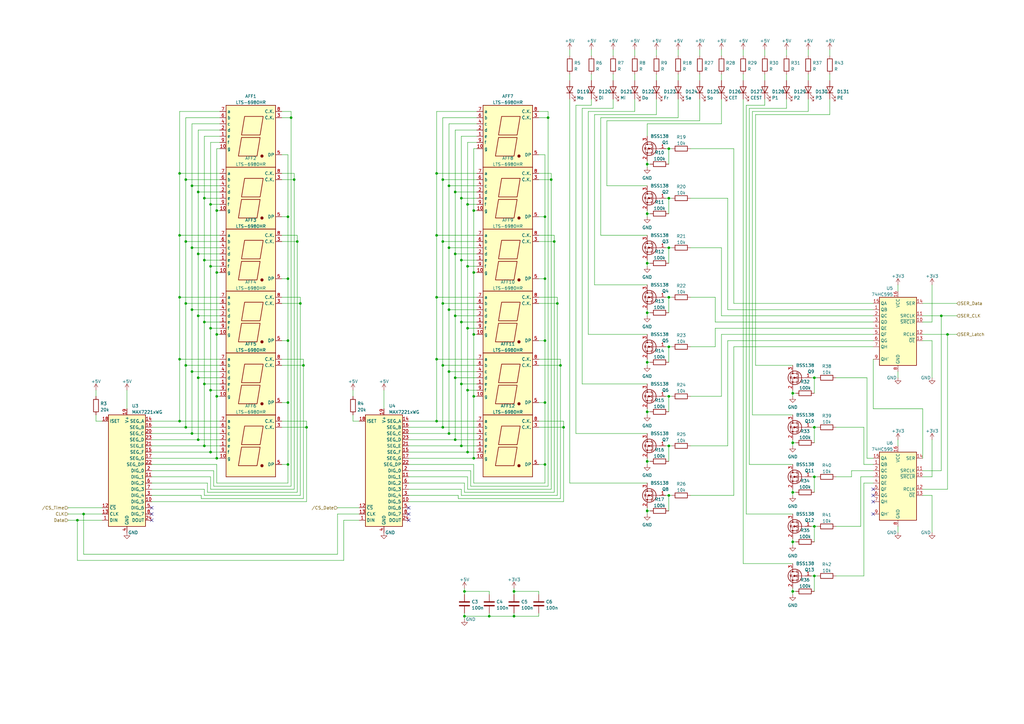
<source format=kicad_sch>
(kicad_sch (version 20211123) (generator eeschema)
  (paper "A3")
  (junction (at 184.15 101.6))
  (junction (at 76.2 124.46))
  (junction (at 194.31 187.96))
  (junction (at 86.36 160.02))
  (junction (at 194.31 162.56))
  (junction (at 189.23 182.88))
  (junction (at 388.62 137.16))
  (junction (at 231.14 175.26))
  (junction (at 78.74 152.4))
  (junction (at 31.75 213.36))
  (junction (at 81.28 180.34))
  (junction (at 186.69 104.14))
  (junction (at 191.77 83.82))
  (junction (at 223.52 88.9))
  (junction (at 194.31 86.36))
  (junction (at 179.07 96.52))
  (junction (at 119.38 48.26))
  (junction (at 76.2 99.06))
  (junction (at 184.15 76.2))
  (junction (at 265.43 209.55))
  (junction (at 223.52 114.3))
  (junction (at 334.01 236.22))
  (junction (at 334.01 175.26))
  (junction (at 223.52 165.1))
  (junction (at 274.32 162.56))
  (junction (at 186.69 154.94))
  (junction (at 265.43 189.23))
  (junction (at 325.12 201.93))
  (junction (at 181.61 175.26))
  (junction (at 81.28 154.94))
  (junction (at 83.82 81.28))
  (junction (at 86.36 185.42))
  (junction (at 325.12 161.29))
  (junction (at 191.77 109.22))
  (junction (at 189.23 81.28))
  (junction (at 83.82 132.08))
  (junction (at 210.82 242.57))
  (junction (at 179.07 172.72))
  (junction (at 274.32 203.2))
  (junction (at 265.43 128.27))
  (junction (at 265.43 67.31))
  (junction (at 274.32 101.6))
  (junction (at 227.33 99.06))
  (junction (at 274.32 81.28))
  (junction (at 86.36 83.82))
  (junction (at 118.11 114.3))
  (junction (at 325.12 181.61))
  (junction (at 224.79 48.26))
  (junction (at 88.9 137.16))
  (junction (at 118.11 139.7))
  (junction (at 189.23 106.68))
  (junction (at 123.19 124.46))
  (junction (at 190.5 242.57))
  (junction (at 274.32 182.88))
  (junction (at 200.66 252.73))
  (junction (at 34.29 210.82))
  (junction (at 274.32 142.24))
  (junction (at 76.2 175.26))
  (junction (at 265.43 168.91))
  (junction (at 334.01 215.9))
  (junction (at 210.82 252.73))
  (junction (at 194.31 111.76))
  (junction (at 186.69 180.34))
  (junction (at 228.6 124.46))
  (junction (at 86.36 134.62))
  (junction (at 191.77 134.62))
  (junction (at 76.2 149.86))
  (junction (at 274.32 60.96))
  (junction (at 118.11 190.5))
  (junction (at 73.66 96.52))
  (junction (at 229.87 149.86))
  (junction (at 184.15 152.4))
  (junction (at 81.28 129.54))
  (junction (at 88.9 162.56))
  (junction (at 88.9 187.96))
  (junction (at 190.5 252.73))
  (junction (at 325.12 222.25))
  (junction (at 83.82 182.88))
  (junction (at 78.74 127))
  (junction (at 118.11 88.9))
  (junction (at 78.74 101.6))
  (junction (at 186.69 78.74))
  (junction (at 386.08 129.54))
  (junction (at 186.69 129.54))
  (junction (at 125.73 175.26))
  (junction (at 189.23 157.48))
  (junction (at 265.43 87.63))
  (junction (at 81.28 104.14))
  (junction (at 118.11 165.1))
  (junction (at 223.52 139.7))
  (junction (at 83.82 106.68))
  (junction (at 124.46 149.86))
  (junction (at 265.43 107.95))
  (junction (at 121.92 99.06))
  (junction (at 78.74 177.8))
  (junction (at 191.77 185.42))
  (junction (at 83.82 157.48))
  (junction (at 73.66 147.32))
  (junction (at 88.9 86.36))
  (junction (at 274.32 121.92))
  (junction (at 181.61 99.06))
  (junction (at 226.06 73.66))
  (junction (at 181.61 149.86))
  (junction (at 73.66 172.72))
  (junction (at 81.28 78.74))
  (junction (at 181.61 124.46))
  (junction (at 189.23 132.08))
  (junction (at 181.61 73.66))
  (junction (at 184.15 127))
  (junction (at 179.07 147.32))
  (junction (at 184.15 177.8))
  (junction (at 179.07 121.92))
  (junction (at 191.77 160.02))
  (junction (at 334.01 195.58))
  (junction (at 76.2 73.66))
  (junction (at 223.52 190.5))
  (junction (at 194.31 137.16))
  (junction (at 73.66 121.92))
  (junction (at 334.01 154.94))
  (junction (at 120.65 73.66))
  (junction (at 265.43 148.59))
  (junction (at 86.36 109.22))
  (junction (at 78.74 76.2))
  (junction (at 88.9 111.76))
  (junction (at 73.66 71.12))
  (junction (at 179.07 71.12))
  (junction (at 325.12 242.57))
  (no_connect (at 358.14 210.82))
  (no_connect (at 358.14 205.74))
  (no_connect (at 358.14 203.2))
  (no_connect (at 358.14 200.66))
  (no_connect (at 167.64 208.28))
  (no_connect (at 167.64 210.82))
  (no_connect (at 167.64 213.36))
  (no_connect (at 62.23 208.28))
  (no_connect (at 62.23 210.82))
  (no_connect (at 62.23 213.36))
  (wire (pts (xy 274.32 81.28) (xy 273.05 81.28)))
  (wire (pts (xy 278.13 48.26) (xy 278.13 40.64)))
  (wire (pts (xy 334.01 236.22) (xy 334.01 242.57)))
  (wire (pts (xy 220.98 73.66) (xy 226.06 73.66)))
  (wire (pts (xy 295.91 162.56) (xy 283.21 162.56)))
  (wire (pts (xy 275.59 101.6) (xy 274.32 101.6)))
  (wire (pts (xy 62.23 200.66) (xy 83.82 200.66)))
  (wire (pts (xy 181.61 73.66) (xy 181.61 99.06)))
  (wire (pts (xy 119.38 199.39) (xy 119.38 48.26)))
  (wire (pts (xy 274.32 203.2) (xy 274.32 209.55)))
  (wire (pts (xy 81.28 180.34) (xy 81.28 154.94)))
  (wire (pts (xy 39.37 170.18) (xy 39.37 172.72)))
  (wire (pts (xy 184.15 127) (xy 195.58 127)))
  (wire (pts (xy 191.77 58.42) (xy 195.58 58.42)))
  (wire (pts (xy 83.82 106.68) (xy 90.17 106.68)))
  (wire (pts (xy 194.31 162.56) (xy 194.31 187.96)))
  (wire (pts (xy 90.17 182.88) (xy 83.82 182.88)))
  (wire (pts (xy 242.57 30.48) (xy 242.57 33.02)))
  (wire (pts (xy 167.64 205.74) (xy 231.14 205.74)))
  (wire (pts (xy 265.43 148.59) (xy 266.7 148.59)))
  (wire (pts (xy 325.12 180.34) (xy 325.12 181.61)))
  (wire (pts (xy 358.14 134.62) (xy 293.37 134.62)))
  (wire (pts (xy 167.64 175.26) (xy 181.61 175.26)))
  (wire (pts (xy 115.57 147.32) (xy 124.46 147.32)))
  (wire (pts (xy 334.01 195.58) (xy 334.01 201.93)))
  (wire (pts (xy 88.9 198.12) (xy 118.11 198.12)))
  (wire (pts (xy 62.23 182.88) (xy 83.82 182.88)))
  (wire (pts (xy 322.58 30.48) (xy 322.58 33.02)))
  (wire (pts (xy 241.3 45.72) (xy 260.35 45.72)))
  (wire (pts (xy 190.5 198.12) (xy 190.5 201.93)))
  (wire (pts (xy 274.32 60.96) (xy 274.32 67.31)))
  (wire (pts (xy 191.77 160.02) (xy 195.58 160.02)))
  (wire (pts (xy 325.12 200.66) (xy 325.12 201.93)))
  (wire (pts (xy 179.07 121.92) (xy 195.58 121.92)))
  (wire (pts (xy 186.69 129.54) (xy 186.69 104.14)))
  (wire (pts (xy 210.82 242.57) (xy 220.98 242.57)))
  (wire (pts (xy 308.61 170.18) (xy 325.12 170.18)))
  (wire (pts (xy 298.45 182.88) (xy 283.21 182.88)))
  (wire (pts (xy 295.91 137.16) (xy 295.91 162.56)))
  (wire (pts (xy 194.31 111.76) (xy 195.58 111.76)))
  (wire (pts (xy 181.61 73.66) (xy 195.58 73.66)))
  (wire (pts (xy 195.58 185.42) (xy 191.77 185.42)))
  (wire (pts (xy 210.82 252.73) (xy 210.82 251.46)))
  (wire (pts (xy 353.06 215.9) (xy 342.9 215.9)))
  (wire (pts (xy 335.28 215.9) (xy 334.01 215.9)))
  (wire (pts (xy 62.23 203.2) (xy 82.55 203.2)))
  (wire (pts (xy 184.15 152.4) (xy 184.15 177.8)))
  (wire (pts (xy 340.36 30.48) (xy 340.36 33.02)))
  (wire (pts (xy 228.6 121.92) (xy 228.6 124.46)))
  (wire (pts (xy 358.14 139.7) (xy 298.45 139.7)))
  (wire (pts (xy 331.47 30.48) (xy 331.47 33.02)))
  (wire (pts (xy 220.98 190.5) (xy 223.52 190.5)))
  (wire (pts (xy 191.77 83.82) (xy 191.77 109.22)))
  (wire (pts (xy 184.15 177.8) (xy 195.58 177.8)))
  (wire (pts (xy 86.36 83.82) (xy 86.36 109.22)))
  (wire (pts (xy 78.74 127) (xy 90.17 127)))
  (wire (pts (xy 189.23 55.88) (xy 195.58 55.88)))
  (wire (pts (xy 83.82 157.48) (xy 83.82 132.08)))
  (wire (pts (xy 179.07 96.52) (xy 195.58 96.52)))
  (wire (pts (xy 179.07 172.72) (xy 195.58 172.72)))
  (wire (pts (xy 233.68 20.32) (xy 233.68 22.86)))
  (wire (pts (xy 87.63 193.04) (xy 87.63 199.39)))
  (wire (pts (xy 34.29 227.33) (xy 138.43 227.33)))
  (wire (pts (xy 124.46 149.86) (xy 115.57 149.86)))
  (wire (pts (xy 125.73 175.26) (xy 125.73 172.72)))
  (wire (pts (xy 167.64 193.04) (xy 193.04 193.04)))
  (wire (pts (xy 76.2 149.86) (xy 76.2 175.26)))
  (wire (pts (xy 184.15 101.6) (xy 184.15 127)))
  (wire (pts (xy 231.14 175.26) (xy 231.14 172.72)))
  (wire (pts (xy 358.14 132.08) (xy 293.37 132.08)))
  (wire (pts (xy 195.58 60.96) (xy 194.31 60.96)))
  (wire (pts (xy 181.61 124.46) (xy 181.61 149.86)))
  (wire (pts (xy 220.98 45.72) (xy 224.79 45.72)))
  (wire (pts (xy 193.04 199.39) (xy 224.79 199.39)))
  (wire (pts (xy 228.6 124.46) (xy 220.98 124.46)))
  (wire (pts (xy 265.43 107.95) (xy 265.43 109.22)))
  (wire (pts (xy 83.82 182.88) (xy 83.82 157.48)))
  (wire (pts (xy 220.98 175.26) (xy 231.14 175.26)))
  (wire (pts (xy 81.28 154.94) (xy 81.28 129.54)))
  (wire (pts (xy 358.14 129.54) (xy 295.91 129.54)))
  (wire (pts (xy 349.25 195.58) (xy 342.9 195.58)))
  (wire (pts (xy 194.31 86.36) (xy 195.58 86.36)))
  (wire (pts (xy 358.14 147.32) (xy 358.14 167.64)))
  (wire (pts (xy 82.55 203.2) (xy 82.55 204.47)))
  (wire (pts (xy 334.01 215.9) (xy 334.01 222.25)))
  (wire (pts (xy 62.23 198.12) (xy 85.09 198.12)))
  (wire (pts (xy 123.19 121.92) (xy 123.19 124.46)))
  (wire (pts (xy 186.69 154.94) (xy 195.58 154.94)))
  (wire (pts (xy 355.6 154.94) (xy 342.9 154.94)))
  (wire (pts (xy 358.14 142.24) (xy 300.99 142.24)))
  (wire (pts (xy 62.23 190.5) (xy 88.9 190.5)))
  (wire (pts (xy 265.43 157.48) (xy 238.76 157.48)))
  (wire (pts (xy 76.2 99.06) (xy 76.2 124.46)))
  (wire (pts (xy 368.3 215.9) (xy 368.3 218.44)))
  (wire (pts (xy 78.74 101.6) (xy 78.74 127)))
  (wire (pts (xy 90.17 45.72) (xy 73.66 45.72)))
  (wire (pts (xy 73.66 121.92) (xy 90.17 121.92)))
  (wire (pts (xy 191.77 58.42) (xy 191.77 83.82)))
  (wire (pts (xy 349.25 193.04) (xy 349.25 195.58)))
  (wire (pts (xy 238.76 157.48) (xy 238.76 44.45)))
  (wire (pts (xy 368.3 152.4) (xy 368.3 154.94)))
  (wire (pts (xy 125.73 172.72) (xy 115.57 172.72)))
  (wire (pts (xy 251.46 20.32) (xy 251.46 22.86)))
  (wire (pts (xy 83.82 132.08) (xy 90.17 132.08)))
  (wire (pts (xy 194.31 60.96) (xy 194.31 86.36)))
  (wire (pts (xy 265.43 76.2) (xy 248.92 76.2)))
  (wire (pts (xy 86.36 200.66) (xy 120.65 200.66)))
  (wire (pts (xy 73.66 71.12) (xy 73.66 96.52)))
  (wire (pts (xy 88.9 111.76) (xy 88.9 137.16)))
  (wire (pts (xy 265.43 66.04) (xy 265.43 67.31)))
  (wire (pts (xy 358.14 190.5) (xy 354.33 190.5)))
  (wire (pts (xy 115.57 190.5) (xy 118.11 190.5)))
  (wire (pts (xy 265.43 67.31) (xy 265.43 68.58)))
  (wire (pts (xy 90.17 48.26) (xy 76.2 48.26)))
  (wire (pts (xy 186.69 53.34) (xy 195.58 53.34)))
  (wire (pts (xy 186.69 78.74) (xy 186.69 53.34)))
  (wire (pts (xy 298.45 81.28) (xy 283.21 81.28)))
  (wire (pts (xy 236.22 43.18) (xy 242.57 43.18)))
  (wire (pts (xy 275.59 60.96) (xy 274.32 60.96)))
  (wire (pts (xy 265.43 55.88) (xy 265.43 50.8)))
  (wire (pts (xy 195.58 50.8) (xy 184.15 50.8)))
  (wire (pts (xy 265.43 137.16) (xy 241.3 137.16)))
  (wire (pts (xy 200.66 242.57) (xy 200.66 243.84)))
  (wire (pts (xy 231.14 205.74) (xy 231.14 175.26)))
  (wire (pts (xy 224.79 45.72) (xy 224.79 48.26)))
  (wire (pts (xy 184.15 127) (xy 184.15 152.4)))
  (wire (pts (xy 358.14 187.96) (xy 355.6 187.96)))
  (wire (pts (xy 220.98 242.57) (xy 220.98 243.84)))
  (wire (pts (xy 144.78 170.18) (xy 144.78 172.72)))
  (wire (pts (xy 157.48 160.02) (xy 157.48 167.64)))
  (wire (pts (xy 223.52 139.7) (xy 223.52 114.3)))
  (wire (pts (xy 76.2 99.06) (xy 90.17 99.06)))
  (wire (pts (xy 265.43 148.59) (xy 265.43 149.86)))
  (wire (pts (xy 184.15 101.6) (xy 195.58 101.6)))
  (wire (pts (xy 223.52 63.5) (xy 220.98 63.5)))
  (wire (pts (xy 115.57 73.66) (xy 120.65 73.66)))
  (wire (pts (xy 83.82 81.28) (xy 90.17 81.28)))
  (wire (pts (xy 300.99 203.2) (xy 283.21 203.2)))
  (wire (pts (xy 306.07 210.82) (xy 325.12 210.82)))
  (wire (pts (xy 287.02 49.53) (xy 287.02 40.64)))
  (wire (pts (xy 186.69 129.54) (xy 195.58 129.54)))
  (wire (pts (xy 300.99 124.46) (xy 300.99 60.96)))
  (wire (pts (xy 73.66 96.52) (xy 90.17 96.52)))
  (wire (pts (xy 86.36 134.62) (xy 86.36 160.02)))
  (wire (pts (xy 275.59 142.24) (xy 274.32 142.24)))
  (wire (pts (xy 392.43 137.16) (xy 388.62 137.16)))
  (wire (pts (xy 378.46 132.08) (xy 382.27 132.08)))
  (wire (pts (xy 62.23 177.8) (xy 78.74 177.8)))
  (wire (pts (xy 86.36 160.02) (xy 86.36 185.42)))
  (wire (pts (xy 275.59 182.88) (xy 274.32 182.88)))
  (wire (pts (xy 335.28 236.22) (xy 334.01 236.22)))
  (wire (pts (xy 179.07 147.32) (xy 195.58 147.32)))
  (wire (pts (xy 334.01 236.22) (xy 332.74 236.22)))
  (wire (pts (xy 226.06 73.66) (xy 226.06 71.12)))
  (wire (pts (xy 223.52 165.1) (xy 223.52 139.7)))
  (wire (pts (xy 274.32 81.28) (xy 274.32 87.63)))
  (wire (pts (xy 358.14 167.64) (xy 378.46 167.64)))
  (wire (pts (xy 189.23 106.68) (xy 189.23 81.28)))
  (wire (pts (xy 83.82 106.68) (xy 83.82 81.28)))
  (wire (pts (xy 313.69 43.18) (xy 306.07 43.18)))
  (wire (pts (xy 325.12 242.57) (xy 325.12 243.84)))
  (wire (pts (xy 325.12 220.98) (xy 325.12 222.25)))
  (wire (pts (xy 31.75 213.36) (xy 31.75 229.87)))
  (wire (pts (xy 269.24 46.99) (xy 269.24 40.64)))
  (wire (pts (xy 274.32 162.56) (xy 274.32 168.91)))
  (wire (pts (xy 189.23 106.68) (xy 195.58 106.68)))
  (wire (pts (xy 265.43 50.8) (xy 295.91 50.8)))
  (wire (pts (xy 325.12 160.02) (xy 325.12 161.29)))
  (wire (pts (xy 340.36 46.99) (xy 340.36 40.64)))
  (wire (pts (xy 269.24 20.32) (xy 269.24 22.86)))
  (wire (pts (xy 304.8 40.64) (xy 304.8 231.14)))
  (wire (pts (xy 62.23 193.04) (xy 87.63 193.04)))
  (wire (pts (xy 27.94 210.82) (xy 34.29 210.82)))
  (wire (pts (xy 265.43 209.55) (xy 265.43 210.82)))
  (wire (pts (xy 181.61 149.86) (xy 195.58 149.86)))
  (wire (pts (xy 278.13 20.32) (xy 278.13 22.86)))
  (wire (pts (xy 73.66 45.72) (xy 73.66 71.12)))
  (wire (pts (xy 283.21 60.96) (xy 300.99 60.96)))
  (wire (pts (xy 386.08 129.54) (xy 386.08 193.04)))
  (wire (pts (xy 81.28 104.14) (xy 81.28 78.74)))
  (wire (pts (xy 191.77 160.02) (xy 191.77 185.42)))
  (wire (pts (xy 88.9 190.5) (xy 88.9 198.12)))
  (wire (pts (xy 224.79 48.26) (xy 220.98 48.26)))
  (wire (pts (xy 275.59 162.56) (xy 274.32 162.56)))
  (wire (pts (xy 191.77 109.22) (xy 191.77 134.62)))
  (wire (pts (xy 325.12 222.25) (xy 325.12 223.52)))
  (wire (pts (xy 265.43 177.8) (xy 236.22 177.8)))
  (wire (pts (xy 265.43 96.52) (xy 246.38 96.52)))
  (wire (pts (xy 295.91 30.48) (xy 295.91 33.02)))
  (wire (pts (xy 191.77 134.62) (xy 191.77 160.02)))
  (wire (pts (xy 275.59 81.28) (xy 274.32 81.28)))
  (wire (pts (xy 90.17 50.8) (xy 78.74 50.8)))
  (wire (pts (xy 83.82 55.88) (xy 90.17 55.88)))
  (wire (pts (xy 115.57 114.3) (xy 118.11 114.3)))
  (wire (pts (xy 186.69 180.34) (xy 186.69 154.94)))
  (wire (pts (xy 87.63 199.39) (xy 119.38 199.39)))
  (wire (pts (xy 265.43 168.91) (xy 266.7 168.91)))
  (wire (pts (xy 334.01 154.94) (xy 334.01 161.29)))
  (wire (pts (xy 88.9 86.36) (xy 88.9 111.76)))
  (wire (pts (xy 189.23 182.88) (xy 189.23 157.48)))
  (wire (pts (xy 81.28 53.34) (xy 90.17 53.34)))
  (wire (pts (xy 120.65 71.12) (xy 115.57 71.12)))
  (wire (pts (xy 287.02 30.48) (xy 287.02 33.02)))
  (wire (pts (xy 179.07 96.52) (xy 179.07 121.92)))
  (wire (pts (xy 88.9 162.56) (xy 88.9 187.96)))
  (wire (pts (xy 118.11 198.12) (xy 118.11 190.5)))
  (wire (pts (xy 392.43 129.54) (xy 386.08 129.54)))
  (wire (pts (xy 220.98 121.92) (xy 228.6 121.92)))
  (wire (pts (xy 167.64 172.72) (xy 179.07 172.72)))
  (wire (pts (xy 293.37 121.92) (xy 283.21 121.92)))
  (wire (pts (xy 354.33 190.5) (xy 354.33 175.26)))
  (wire (pts (xy 194.31 198.12) (xy 223.52 198.12)))
  (wire (pts (xy 368.3 116.84) (xy 368.3 119.38)))
  (wire (pts (xy 241.3 137.16) (xy 241.3 45.72)))
  (wire (pts (xy 226.06 200.66) (xy 226.06 73.66)))
  (wire (pts (xy 243.84 116.84) (xy 243.84 46.99)))
  (wire (pts (xy 265.43 67.31) (xy 266.7 67.31)))
  (wire (pts (xy 119.38 45.72) (xy 119.38 48.26)))
  (wire (pts (xy 300.99 142.24) (xy 300.99 203.2)))
  (wire (pts (xy 86.36 160.02) (xy 90.17 160.02)))
  (wire (pts (xy 265.43 168.91) (xy 265.43 170.18)))
  (wire (pts (xy 308.61 45.72) (xy 308.61 170.18)))
  (wire (pts (xy 83.82 200.66) (xy 83.82 203.2)))
  (wire (pts (xy 90.17 60.96) (xy 88.9 60.96)))
  (wire (pts (xy 78.74 50.8) (xy 78.74 76.2)))
  (wire (pts (xy 283.21 101.6) (xy 295.91 101.6)))
  (wire (pts (xy 167.64 203.2) (xy 187.96 203.2)))
  (wire (pts (xy 325.12 181.61) (xy 326.39 181.61)))
  (wire (pts (xy 248.92 76.2) (xy 248.92 49.53)))
  (wire (pts (xy 86.36 109.22) (xy 90.17 109.22)))
  (wire (pts (xy 251.46 30.48) (xy 251.46 33.02)))
  (wire (pts (xy 242.57 43.18) (xy 242.57 40.64)))
  (wire (pts (xy 265.43 87.63) (xy 266.7 87.63)))
  (wire (pts (xy 334.01 175.26) (xy 332.74 175.26)))
  (wire (pts (xy 243.84 46.99) (xy 269.24 46.99)))
  (wire (pts (xy 62.23 185.42) (xy 86.36 185.42)))
  (wire (pts (xy 223.52 198.12) (xy 223.52 190.5)))
  (wire (pts (xy 334.01 175.26) (xy 334.01 181.61)))
  (wire (pts (xy 121.92 96.52) (xy 121.92 99.06)))
  (wire (pts (xy 167.64 177.8) (xy 184.15 177.8)))
  (wire (pts (xy 118.11 190.5) (xy 118.11 165.1)))
  (wire (pts (xy 140.97 229.87) (xy 140.97 213.36)))
  (wire (pts (xy 388.62 137.16) (xy 378.46 137.16)))
  (wire (pts (xy 118.11 88.9) (xy 118.11 63.5)))
  (wire (pts (xy 358.14 193.04) (xy 349.25 193.04)))
  (wire (pts (xy 190.5 251.46) (xy 190.5 252.73)))
  (wire (pts (xy 187.96 204.47) (xy 229.87 204.47)))
  (wire (pts (xy 275.59 121.92) (xy 274.32 121.92)))
  (wire (pts (xy 118.11 165.1) (xy 118.11 139.7)))
  (wire (pts (xy 335.28 175.26) (xy 334.01 175.26)))
  (wire (pts (xy 220.98 88.9) (xy 223.52 88.9)))
  (wire (pts (xy 325.12 161.29) (xy 326.39 161.29)))
  (wire (pts (xy 118.11 114.3) (xy 118.11 88.9)))
  (wire (pts (xy 167.64 180.34) (xy 186.69 180.34)))
  (wire (pts (xy 115.57 121.92) (xy 123.19 121.92)))
  (wire (pts (xy 181.61 175.26) (xy 195.58 175.26)))
  (wire (pts (xy 167.64 185.42) (xy 191.77 185.42)))
  (wire (pts (xy 179.07 71.12) (xy 179.07 96.52)))
  (wire (pts (xy 140.97 213.36) (xy 147.32 213.36)))
  (wire (pts (xy 195.58 45.72) (xy 179.07 45.72)))
  (wire (pts (xy 39.37 160.02) (xy 39.37 162.56)))
  (wire (pts (xy 325.12 149.86) (xy 309.88 149.86)))
  (wire (pts (xy 313.69 40.64) (xy 313.69 43.18)))
  (wire (pts (xy 62.23 195.58) (xy 86.36 195.58)))
  (wire (pts (xy 307.34 190.5) (xy 307.34 44.45)))
  (wire (pts (xy 81.28 78.74) (xy 90.17 78.74)))
  (wire (pts (xy 354.33 175.26) (xy 342.9 175.26)))
  (wire (pts (xy 186.69 154.94) (xy 186.69 129.54)))
  (wire (pts (xy 73.66 71.12) (xy 90.17 71.12)))
  (wire (pts (xy 274.32 162.56) (xy 273.05 162.56)))
  (wire (pts (xy 325.12 242.57) (xy 326.39 242.57)))
  (wire (pts (xy 83.82 132.08) (xy 83.82 106.68)))
  (wire (pts (xy 265.43 147.32) (xy 265.43 148.59)))
  (wire (pts (xy 354.33 198.12) (xy 354.33 236.22)))
  (wire (pts (xy 233.68 30.48) (xy 233.68 33.02)))
  (wire (pts (xy 138.43 208.28) (xy 147.32 208.28)))
  (wire (pts (xy 275.59 203.2) (xy 274.32 203.2)))
  (wire (pts (xy 331.47 45.72) (xy 308.61 45.72)))
  (wire (pts (xy 304.8 20.32) (xy 304.8 22.86)))
  (wire (pts (xy 76.2 124.46) (xy 76.2 149.86)))
  (wire (pts (xy 190.5 201.93) (xy 227.33 201.93)))
  (wire (pts (xy 353.06 195.58) (xy 353.06 215.9)))
  (wire (pts (xy 382.27 132.08) (xy 382.27 116.84)))
  (wire (pts (xy 265.43 187.96) (xy 265.43 189.23)))
  (wire (pts (xy 62.23 205.74) (xy 125.73 205.74)))
  (wire (pts (xy 191.77 134.62) (xy 195.58 134.62)))
  (wire (pts (xy 181.61 48.26) (xy 181.61 73.66)))
  (wire (pts (xy 378.46 167.64) (xy 378.46 187.96)))
  (wire (pts (xy 306.07 43.18) (xy 306.07 210.82)))
  (wire (pts (xy 325.12 181.61) (xy 325.12 182.88)))
  (wire (pts (xy 186.69 104.14) (xy 195.58 104.14)))
  (wire (pts (xy 382.27 139.7) (xy 382.27 154.94)))
  (wire (pts (xy 355.6 187.96) (xy 355.6 154.94)))
  (wire (pts (xy 189.23 200.66) (xy 189.23 203.2)))
  (wire (pts (xy 189.23 81.28) (xy 189.23 55.88)))
  (wire (pts (xy 115.57 175.26) (xy 125.73 175.26)))
  (wire (pts (xy 78.74 152.4) (xy 78.74 177.8)))
  (wire (pts (xy 118.11 139.7) (xy 118.11 114.3)))
  (wire (pts (xy 186.69 78.74) (xy 195.58 78.74)))
  (wire (pts (xy 181.61 149.86) (xy 181.61 175.26)))
  (wire (pts (xy 123.19 124.46) (xy 115.57 124.46)))
  (wire (pts (xy 167.64 187.96) (xy 194.31 187.96)))
  (wire (pts (xy 304.8 231.14) (xy 325.12 231.14)))
  (wire (pts (xy 179.07 121.92) (xy 179.07 147.32)))
  (wire (pts (xy 78.74 101.6) (xy 90.17 101.6)))
  (wire (pts (xy 78.74 177.8) (xy 90.17 177.8)))
  (wire (pts (xy 86.36 58.42) (xy 86.36 83.82)))
  (wire (pts (xy 274.32 203.2) (xy 273.05 203.2)))
  (wire (pts (xy 195.58 180.34) (xy 186.69 180.34)))
  (wire (pts (xy 90.17 187.96) (xy 88.9 187.96)))
  (wire (pts (xy 81.28 129.54) (xy 81.28 104.14)))
  (wire (pts (xy 73.66 147.32) (xy 73.66 172.72)))
  (wire (pts (xy 167.64 198.12) (xy 190.5 198.12)))
  (wire (pts (xy 189.23 157.48) (xy 195.58 157.48)))
  (wire (pts (xy 358.14 195.58) (xy 353.06 195.58)))
  (wire (pts (xy 227.33 99.06) (xy 220.98 99.06)))
  (wire (pts (xy 274.32 101.6) (xy 274.32 107.95)))
  (wire (pts (xy 274.32 60.96) (xy 273.05 60.96)))
  (wire (pts (xy 223.52 88.9) (xy 223.52 63.5)))
  (wire (pts (xy 184.15 50.8) (xy 184.15 76.2)))
  (wire (pts (xy 295.91 50.8) (xy 295.91 40.64)))
  (wire (pts (xy 124.46 147.32) (xy 124.46 149.86)))
  (wire (pts (xy 248.92 49.53) (xy 287.02 49.53)))
  (wire (pts (xy 73.66 172.72) (xy 90.17 172.72)))
  (wire (pts (xy 83.82 157.48) (xy 90.17 157.48)))
  (wire (pts (xy 194.31 137.16) (xy 194.31 162.56)))
  (wire (pts (xy 190.5 252.73) (xy 190.5 254)))
  (wire (pts (xy 265.43 106.68) (xy 265.43 107.95)))
  (wire (pts (xy 386.08 129.54) (xy 378.46 129.54)))
  (wire (pts (xy 181.61 99.06) (xy 181.61 124.46)))
  (wire (pts (xy 83.82 81.28) (xy 83.82 55.88)))
  (wire (pts (xy 144.78 160.02) (xy 144.78 162.56)))
  (wire (pts (xy 31.75 229.87) (xy 140.97 229.87)))
  (wire (pts (xy 190.5 242.57) (xy 200.66 242.57)))
  (wire (pts (xy 76.2 73.66) (xy 76.2 99.06)))
  (wire (pts (xy 251.46 44.45) (xy 251.46 40.64)))
  (wire (pts (xy 73.66 96.52) (xy 73.66 121.92)))
  (wire (pts (xy 62.23 187.96) (xy 88.9 187.96)))
  (wire (pts (xy 184.15 152.4) (xy 195.58 152.4)))
  (wire (pts (xy 191.77 200.66) (xy 226.06 200.66)))
  (wire (pts (xy 144.78 172.72) (xy 147.32 172.72)))
  (wire (pts (xy 90.17 180.34) (xy 81.28 180.34)))
  (wire (pts (xy 115.57 139.7) (xy 118.11 139.7)))
  (wire (pts (xy 229.87 204.47) (xy 229.87 149.86)))
  (wire (pts (xy 231.14 172.72) (xy 220.98 172.72)))
  (wire (pts (xy 295.91 129.54) (xy 295.91 101.6)))
  (wire (pts (xy 358.14 127) (xy 298.45 127)))
  (wire (pts (xy 223.52 114.3) (xy 223.52 88.9)))
  (wire (pts (xy 88.9 162.56) (xy 90.17 162.56)))
  (wire (pts (xy 78.74 152.4) (xy 90.17 152.4)))
  (wire (pts (xy 181.61 99.06) (xy 195.58 99.06)))
  (wire (pts (xy 86.36 195.58) (xy 86.36 200.66)))
  (wire (pts (xy 293.37 132.08) (xy 293.37 121.92)))
  (wire (pts (xy 331.47 40.64) (xy 331.47 45.72)))
  (wire (pts (xy 39.37 172.72) (xy 41.91 172.72)))
  (wire (pts (xy 265.43 189.23) (xy 266.7 189.23)))
  (wire (pts (xy 335.28 154.94) (xy 334.01 154.94)))
  (wire (pts (xy 382.27 203.2) (xy 378.46 203.2)))
  (wire (pts (xy 274.32 142.24) (xy 273.05 142.24)))
  (wire (pts (xy 309.88 46.99) (xy 340.36 46.99)))
  (wire (pts (xy 115.57 165.1) (xy 118.11 165.1)))
  (wire (pts (xy 265.43 128.27) (xy 265.43 129.54)))
  (wire (pts (xy 115.57 45.72) (xy 119.38 45.72)))
  (wire (pts (xy 184.15 76.2) (xy 195.58 76.2)))
  (wire (pts (xy 246.38 48.26) (xy 278.13 48.26)))
  (wire (pts (xy 325.12 201.93) (xy 326.39 201.93)))
  (wire (pts (xy 210.82 252.73) (xy 220.98 252.73)))
  (wire (pts (xy 194.31 190.5) (xy 194.31 198.12)))
  (wire (pts (xy 189.23 81.28) (xy 195.58 81.28)))
  (wire (pts (xy 167.64 190.5) (xy 194.31 190.5)))
  (wire (pts (xy 227.33 201.93) (xy 227.33 99.06)))
  (wire (pts (xy 293.37 134.62) (xy 293.37 142.24)))
  (wire (pts (xy 260.35 20.32) (xy 260.35 22.86)))
  (wire (pts (xy 274.32 182.88) (xy 273.05 182.88)))
  (wire (pts (xy 233.68 40.64) (xy 233.68 198.12)))
  (wire (pts (xy 269.24 30.48) (xy 269.24 33.02)))
  (wire (pts (xy 388.62 137.16) (xy 388.62 200.66)))
  (wire (pts (xy 125.73 205.74) (xy 125.73 175.26)))
  (wire (pts (xy 265.43 87.63) (xy 265.43 88.9)))
  (wire (pts (xy 194.31 162.56) (xy 195.58 162.56)))
  (wire (pts (xy 194.31 111.76) (xy 194.31 137.16)))
  (wire (pts (xy 298.45 127) (xy 298.45 81.28)))
  (wire (pts (xy 331.47 20.32) (xy 331.47 22.86)))
  (wire (pts (xy 233.68 198.12) (xy 265.43 198.12)))
  (wire (pts (xy 76.2 149.86) (xy 90.17 149.86)))
  (wire (pts (xy 73.66 147.32) (xy 90.17 147.32)))
  (wire (pts (xy 34.29 210.82) (xy 41.91 210.82)))
  (wire (pts (xy 88.9 137.16) (xy 88.9 162.56)))
  (wire (pts (xy 86.36 83.82) (xy 90.17 83.82)))
  (wire (pts (xy 179.07 71.12) (xy 195.58 71.12)))
  (wire (pts (xy 86.36 109.22) (xy 86.36 134.62)))
  (wire (pts (xy 120.65 200.66) (xy 120.65 73.66)))
  (wire (pts (xy 76.2 73.66) (xy 90.17 73.66)))
  (wire (pts (xy 340.36 20.32) (xy 340.36 22.86)))
  (wire (pts (xy 236.22 177.8) (xy 236.22 43.18)))
  (wire (pts (xy 274.32 121.92) (xy 274.32 128.27)))
  (wire (pts (xy 194.31 86.36) (xy 194.31 111.76)))
  (wire (pts (xy 85.09 201.93) (xy 121.92 201.93)))
  (wire (pts (xy 246.38 96.52) (xy 246.38 48.26)))
  (wire (pts (xy 210.82 241.3) (xy 210.82 242.57)))
  (wire (pts (xy 220.98 114.3) (xy 223.52 114.3)))
  (wire (pts (xy 307.34 44.45) (xy 322.58 44.45)))
  (wire (pts (xy 382.27 218.44) (xy 382.27 203.2)))
  (wire (pts (xy 73.66 121.92) (xy 73.66 147.32)))
  (wire (pts (xy 83.82 203.2) (xy 123.19 203.2)))
  (wire (pts (xy 265.43 189.23) (xy 265.43 190.5)))
  (wire (pts (xy 227.33 96.52) (xy 227.33 99.06)))
  (wire (pts (xy 62.23 180.34) (xy 81.28 180.34)))
  (wire (pts (xy 121.92 201.93) (xy 121.92 99.06)))
  (wire (pts (xy 358.14 137.16) (xy 295.91 137.16)))
  (wire (pts (xy 167.64 182.88) (xy 189.23 182.88)))
  (wire (pts (xy 304.8 30.48) (xy 304.8 33.02)))
  (wire (pts (xy 138.43 227.33) (xy 138.43 210.82)))
  (wire (pts (xy 123.19 203.2) (xy 123.19 124.46)))
  (wire (pts (xy 274.32 121.92) (xy 273.05 121.92)))
  (wire (pts (xy 260.35 45.72) (xy 260.35 40.64)))
  (wire (pts (xy 313.69 30.48) (xy 313.69 33.02)))
  (wire (pts (xy 27.94 213.36) (xy 31.75 213.36)))
  (wire (pts (xy 382.27 139.7) (xy 378.46 139.7)))
  (wire (pts (xy 31.75 213.36) (xy 41.91 213.36)))
  (wire (pts (xy 186.69 104.14) (xy 186.69 78.74)))
  (wire (pts (xy 220.98 252.73) (xy 220.98 251.46)))
  (wire (pts (xy 88.9 60.96) (xy 88.9 86.36)))
  (wire (pts (xy 220.98 96.52) (xy 227.33 96.52)))
  (wire (pts (xy 265.43 107.95) (xy 266.7 107.95)))
  (wire (pts (xy 298.45 139.7) (xy 298.45 182.88)))
  (wire (pts (xy 223.52 190.5) (xy 223.52 165.1)))
  (wire (pts (xy 86.36 134.62) (xy 90.17 134.62)))
  (wire (pts (xy 138.43 210.82) (xy 147.32 210.82)))
  (wire (pts (xy 382.27 195.58) (xy 378.46 195.58)))
  (wire (pts (xy 189.23 132.08) (xy 195.58 132.08)))
  (wire (pts (xy 265.43 209.55) (xy 266.7 209.55)))
  (wire (pts (xy 181.61 124.46) (xy 195.58 124.46)))
  (wire (pts (xy 274.32 101.6) (xy 273.05 101.6)))
  (wire (pts (xy 189.23 132.08) (xy 189.23 106.68)))
  (wire (pts (xy 115.57 96.52) (xy 121.92 96.52)))
  (wire (pts (xy 368.3 180.34) (xy 368.3 182.88)))
  (wire (pts (xy 191.77 83.82) (xy 195.58 83.82)))
  (wire (pts (xy 81.28 154.94) (xy 90.17 154.94)))
  (wire (pts (xy 293.37 142.24) (xy 283.21 142.24)))
  (wire (pts (xy 120.65 73.66) (xy 120.65 71.12)))
  (wire (pts (xy 325.12 190.5) (xy 307.34 190.5)))
  (wire (pts (xy 115.57 88.9) (xy 118.11 88.9)))
  (wire (pts (xy 322.58 44.45) (xy 322.58 40.64)))
  (wire (pts (xy 274.32 142.24) (xy 274.32 148.59)))
  (wire (pts (xy 76.2 124.46) (xy 90.17 124.46)))
  (wire (pts (xy 195.58 182.88) (xy 189.23 182.88)))
  (wire (pts (xy 265.43 86.36) (xy 265.43 87.63)))
  (wire (pts (xy 242.57 20.32) (xy 242.57 22.86)))
  (wire (pts (xy 119.38 48.26) (xy 115.57 48.26)))
  (wire (pts (xy 191.77 195.58) (xy 191.77 200.66)))
  (wire (pts (xy 388.62 200.66) (xy 378.46 200.66)))
  (wire (pts (xy 265.43 167.64) (xy 265.43 168.91)))
  (wire (pts (xy 322.58 20.32) (xy 322.58 22.86)))
  (wire (pts (xy 354.33 236.22) (xy 342.9 236.22)))
  (wire (pts (xy 76.2 175.26) (xy 90.17 175.26)))
  (wire (pts (xy 210.82 242.57) (xy 210.82 243.84)))
  (wire (pts (xy 78.74 76.2) (xy 90.17 76.2)))
  (wire (pts (xy 27.94 208.28) (xy 41.91 208.28)))
  (wire (pts (xy 193.04 193.04) (xy 193.04 199.39)))
  (wire (pts (xy 226.06 71.12) (xy 220.98 71.12)))
  (wire (pts (xy 194.31 137.16) (xy 195.58 137.16)))
  (wire (pts (xy 118.11 63.5) (xy 115.57 63.5)))
  (wire (pts (xy 78.74 76.2) (xy 78.74 101.6)))
  (wire (pts (xy 386.08 193.04) (xy 378.46 193.04)))
  (wire (pts (xy 392.43 124.46) (xy 378.46 124.46)))
  (wire (pts (xy 334.01 154.94) (xy 332.74 154.94)))
  (wire (pts (xy 191.77 109.22) (xy 195.58 109.22)))
  (wire (pts (xy 62.23 172.72) (xy 73.66 172.72)))
  (wire (pts (xy 229.87 149.86) (xy 220.98 149.86)))
  (wire (pts (xy 88.9 137.16) (xy 90.17 137.16)))
  (wire (pts (xy 187.96 203.2) (xy 187.96 204.47)))
  (wire (pts (xy 224.79 199.39) (xy 224.79 48.26)))
  (wire (pts (xy 228.6 203.2) (xy 228.6 124.46)))
  (wire (pts (xy 309.88 149.86) (xy 309.88 46.99)))
  (wire (pts (xy 76.2 48.26) (xy 76.2 73.66)))
  (wire (pts (xy 335.28 195.58) (xy 334.01 195.58)))
  (wire (pts (xy 260.35 30.48) (xy 260.35 33.02)))
  (wire (pts (xy 190.5 241.3) (xy 190.5 242.57)))
  (wire (pts (xy 220.98 139.7) (xy 223.52 139.7)))
  (wire (pts (xy 278.13 30.48) (xy 278.13 33.02)))
  (wire (pts (xy 265.43 116.84) (xy 243.84 116.84)))
  (wire (pts (xy 179.07 147.32) (xy 179.07 172.72)))
  (wire (pts (xy 90.17 185.42) (xy 86.36 185.42)))
  (wire (pts (xy 358.14 124.46) (xy 300.99 124.46)))
  (wire (pts (xy 34.29 210.82) (xy 34.29 227.33)))
  (wire (pts (xy 295.91 20.32) (xy 295.91 22.86)))
  (wire (pts (xy 265.43 127) (xy 265.43 128.27)))
  (wire (pts (xy 313.69 20.32) (xy 313.69 22.86)))
  (wire (pts (xy 190.5 242.57) (xy 190.5 243.84)))
  (wire (pts (xy 82.55 204.47) (xy 124.46 204.47)))
  (wire (pts (xy 229.87 147.32) (xy 229.87 149.86)))
  (wire (pts (xy 81.28 78.74) (xy 81.28 53.34)))
  (wire (pts (xy 220.98 165.1) (xy 223.52 165.1)))
  (wire (pts (xy 200.66 252.73) (xy 210.82 252.73)))
  (wire (pts (xy 325.12 161.29) (xy 325.12 162.56)))
  (wire (pts (xy 52.07 160.02) (xy 52.07 167.64)))
  (wire (pts (xy 81.28 129.54) (xy 90.17 129.54)))
  (wire (pts (xy 382.27 180.34) (xy 382.27 195.58)))
  (wire (pts (xy 179.07 45.72) (xy 179.07 71.12)))
  (wire (pts (xy 325.12 201.93) (xy 325.12 203.2)))
  (wire (pts (xy 190.5 252.73) (xy 200.66 252.73)))
  (wire (pts (xy 88.9 111.76) (xy 90.17 111.76)))
  (wire (pts (xy 325.12 222.25) (xy 326.39 222.25)))
  (wire (pts (xy 189.23 157.48) (xy 189.23 132.08)))
  (wire (pts (xy 86.36 58.42) (xy 90.17 58.42)))
  (wire (pts (xy 195.58 187.96) (xy 194.31 187.96)))
  (wire (pts (xy 334.01 215.9) (xy 332.74 215.9)))
  (wire (pts (xy 325.12 241.3) (xy 325.12 242.57)))
  (wire (pts (xy 184.15 76.2) (xy 184.15 101.6)))
  (wire (pts (xy 167.64 195.58) (xy 191.77 195.58)))
  (wire (pts (xy 287.02 20.32) (xy 287.02 22.86)))
  (wire (pts (xy 189.23 203.2) (xy 228.6 203.2)))
  (wire (pts (xy 81.28 104.14) (xy 90.17 104.14)))
  (wire (pts (xy 265.43 128.27) (xy 266.7 128.27)))
  (wire (pts (xy 274.32 182.88) (xy 274.32 189.23)))
  (wire (pts (xy 238.76 44.45) (xy 251.46 44.45)))
  (wire (pts (xy 62.23 175.26) (xy 76.2 175.26)))
  (wire (pts (xy 200.66 252.73) (xy 200.66 251.46)))
  (wire (pts (xy 195.58 48.26) (xy 181.61 48.26)))
  (wire (pts (xy 334.01 195.58) (xy 332.74 195.58)))
  (wire (pts (xy 220.98 147.32) (xy 229.87 147.32)))
  (wire (pts (xy 167.64 200.66) (xy 189.23 200.66)))
  (wire (pts (xy 121.92 99.06) (xy 115.57 99.06)))
  (wire (pts (xy 265.43 208.28) (xy 265.43 209.55)))
  (wire (pts (xy 78.74 127) (xy 78.74 152.4)))
  (wire (pts (xy 85.09 198.12) (xy 85.09 201.93)))
  (wire (pts (xy 358.14 198.12) (xy 354.33 198.12)))
  (wire (pts (xy 88.9 86.36) (xy 90.17 86.36)))
  (wire (pts (xy 124.46 204.47) (xy 124.46 149.86)))
  (hierarchical_label "CLK" (shape input) (at 27.94 210.82 180))
  (hierarchical_label "SER_Latch" (shape input) (at 392.43 137.16 0))
  (hierarchical_label "Data" (shape input) (at 27.94 213.36 180))
  (hierarchical_label "{slash}CS_Date" (shape input) (at 138.43 208.28 180))
  (hierarchical_label "{slash}CS_Time" (shape input) (at 27.94 208.28 180))
  (hierarchical_label "SER_CLK" (shape input) (at 392.43 129.54 0))
  (hierarchical_label "SER_Data" (shape input) (at 392.43 124.46 0))
  (symbol (lib_id "power:+3V3") (at 382.27 180.34 0) (mirror y) (unit 1)
    (property "Reference" "#PWR052" (effects hide))
    (property "Value" "+3V3" (at 382.27 176.7642 0))
  )
  (symbol (lib_id "Device:R") (at 322.58 26.67 0) (unit 1)
    (property "Reference" "R31" (at 324.358 25.8353 0) (effects (justify left)))
    (property "Value" "R" (at 324.358 28.3722 0) (effects (justify left)))
  )
  (symbol (lib_id "Display_Character:LTS-6980HR") (at 208.28 55.88 0) (unit 1)
    (property "Reference" "AFF7" (at 208.28 39.4802 0))
    (property "Value" "LTS-6980HR" (at 208.28 42.0171 0))
    (property "Footprint" "Display_7Segment:7SegmentLED_LTS6760_LTS6780" (effects hide))
    (property "Datasheet" "http://datasheet.octopart.com/LTS-6960HR-Lite-On-datasheet-11803242.pdf" (effects hide))
  )
  (symbol (lib_id "Device:C") (at 210.82 247.65 0) (unit 1)
    (property "Reference" "C5" (at 213.741 246.8153 0) (effects (justify left)))
    (property "Value" "100n" (at 213.741 249.3522 0) (effects (justify left)))
  )
  (symbol (lib_id "Device:R") (at 270.51 67.31 270) (mirror x) (unit 1)
    (property "Reference" "R10" (at 270.51 62.5942 90))
    (property "Value" "100k" (at 270.51 65.1311 90))
  )
  (symbol (lib_id "Transistor_FET:BSS138") (at 327.66 154.94 0) (mirror y) (unit 1)
    (property "Reference" "Q9" (at 334.01 152.4 0) (effects (justify left)))
    (property "Value" "BSS138" (at 334.01 149.86 0) (effects (justify left)))
    (property "Footprint" "Package_TO_SOT_SMD:SOT-23" (effects hide))
    (property "Datasheet" "https://www.onsemi.com/pub/Collateral/BSS138-D.PDF" (effects hide))
  )
  (symbol (lib_id "Device:LED") (at 269.24 36.83 90) (unit 1)
    (property "Reference" "D123" (at 272.161 37.5828 90) (effects (justify right)))
    (property "Value" "Fr" (at 272.161 40.1197 90) (effects (justify right)))
  )
  (symbol (lib_id "power:GND") (at 325.12 243.84 0) (mirror y) (unit 1)
    (property "Reference" "#PWR043" (effects hide))
    (property "Value" "GND" (at 325.12 248.2834 0))
  )
  (symbol (lib_id "Device:R") (at 269.24 26.67 0) (unit 1)
    (property "Reference" "R9" (at 271.018 25.8353 0) (effects (justify left)))
    (property "Value" "R" (at 271.018 28.3722 0) (effects (justify left)))
  )
  (symbol (lib_id "Device:LED") (at 322.58 36.83 90) (unit 1)
    (property "Reference" "D129" (at 325.501 37.5828 90) (effects (justify right)))
    (property "Value" "P2" (at 325.501 40.1197 90) (effects (justify right)))
  )
  (symbol (lib_id "Transistor_FET:BSS138") (at 267.97 182.88 0) (mirror y) (unit 1)
    (property "Reference" "Q7" (at 274.32 180.34 0) (effects (justify left)))
    (property "Value" "BSS138" (at 274.32 177.8 0) (effects (justify left)))
    (property "Footprint" "Package_TO_SOT_SMD:SOT-23" (effects hide))
    (property "Datasheet" "https://www.onsemi.com/pub/Collateral/BSS138-D.PDF" (effects hide))
  )
  (symbol (lib_id "power:+5V") (at 340.36 20.32 0) (unit 1)
    (property "Reference" "#PWR045" (effects hide))
    (property "Value" "+5V" (at 340.36 16.7442 0))
  )
  (symbol (lib_id "Device:LED") (at 287.02 36.83 90) (unit 1)
    (property "Reference" "D125" (at 289.941 37.5828 90) (effects (justify right)))
    (property "Value" "So" (at 289.941 40.1197 90) (effects (justify right)))
  )
  (symbol (lib_id "power:+5V") (at 39.37 160.02 0) (unit 1)
    (property "Reference" "#PWR011" (effects hide))
    (property "Value" "+5V" (at 39.37 156.4442 0))
  )
  (symbol (lib_id "Device:R") (at 278.13 26.67 0) (unit 1)
    (property "Reference" "R18" (at 279.908 25.8353 0) (effects (justify left)))
    (property "Value" "R" (at 279.908 28.3722 0) (effects (justify left)))
  )
  (symbol (lib_id "Device:R") (at 233.68 26.67 0) (unit 1)
    (property "Reference" "R5" (at 235.458 25.8353 0) (effects (justify left)))
    (property "Value" "R" (at 235.458 28.3722 0) (effects (justify left)))
  )
  (symbol (lib_id "power:GND") (at 265.43 149.86 0) (mirror y) (unit 1)
    (property "Reference" "#PWR028" (effects hide))
    (property "Value" "GND" (at 265.43 154.3034 0))
  )
  (symbol (lib_id "Device:LED") (at 251.46 36.83 90) (unit 1)
    (property "Reference" "D121" (at 254.381 37.5828 90) (effects (justify right)))
    (property "Value" "Mi" (at 254.381 40.1197 90) (effects (justify right)))
  )
  (symbol (lib_id "power:GND") (at 368.3 218.44 0) (mirror y) (unit 1)
    (property "Reference" "#PWR049" (effects hide))
    (property "Value" "GND" (at 365.76 218.44 0))
  )
  (symbol (lib_id "Device:R") (at 304.8 26.67 0) (unit 1)
    (property "Reference" "R29" (at 306.578 25.8353 0) (effects (justify left)))
    (property "Value" "R" (at 306.578 28.3722 0) (effects (justify left)))
  )
  (symbol (lib_id "Device:LED") (at 260.35 36.83 90) (unit 1)
    (property "Reference" "D122" (at 263.271 37.5828 90) (effects (justify right)))
    (property "Value" "Do" (at 263.271 40.1197 90) (effects (justify right)))
  )
  (symbol (lib_id "Display_Character:LTS-6980HR") (at 208.28 157.48 0) (unit 1)
    (property "Reference" "AFF11" (at 208.28 141.0802 0))
    (property "Value" "LTS-6980HR" (at 208.28 143.6171 0))
    (property "Footprint" "Display_7Segment:7SegmentLED_LTS6760_LTS6780" (effects hide))
    (property "Datasheet" "http://datasheet.octopart.com/LTS-6960HR-Lite-On-datasheet-11803242.pdf" (effects hide))
  )
  (symbol (lib_id "Device:R") (at 279.4 121.92 270) (mirror x) (unit 1)
    (property "Reference" "R22" (at 279.4 117.2042 90))
    (property "Value" "10k" (at 279.4 119.7411 90))
  )
  (symbol (lib_id "Device:R") (at 331.47 26.67 0) (unit 1)
    (property "Reference" "R37" (at 333.248 25.8353 0) (effects (justify left)))
    (property "Value" "R" (at 333.248 28.3722 0) (effects (justify left)))
  )
  (symbol (lib_id "power:+3V3") (at 368.3 116.84 0) (mirror y) (unit 1)
    (property "Reference" "#PWR046" (effects hide))
    (property "Value" "+3V3" (at 368.3 113.2642 0))
  )
  (symbol (lib_id "power:+3V3") (at 368.3 180.34 0) (mirror y) (unit 1)
    (property "Reference" "#PWR048" (effects hide))
    (property "Value" "+3V3" (at 368.3 176.7642 0))
  )
  (symbol (lib_id "Transistor_FET:BSS138") (at 267.97 203.2 0) (mirror y) (unit 1)
    (property "Reference" "Q8" (at 274.32 200.66 0) (effects (justify left)))
    (property "Value" "BSS138" (at 274.32 198.12 0) (effects (justify left)))
    (property "Footprint" "Package_TO_SOT_SMD:SOT-23" (effects hide))
    (property "Datasheet" "https://www.onsemi.com/pub/Collateral/BSS138-D.PDF" (effects hide))
  )
  (symbol (lib_id "power:GND") (at 52.07 218.44 0) (unit 1)
    (property "Reference" "#PWR013" (effects hide))
    (property "Value" "GND" (at 54.61 218.44 0))
  )
  (symbol (lib_id "Device:R") (at 270.51 189.23 270) (mirror x) (unit 1)
    (property "Reference" "R16" (at 270.51 184.5142 90))
    (property "Value" "100k" (at 270.51 187.0511 90))
  )
  (symbol (lib_id "power:GND") (at 265.43 109.22 0) (mirror y) (unit 1)
    (property "Reference" "#PWR026" (effects hide))
    (property "Value" "GND" (at 265.43 113.6634 0))
  )
  (symbol (lib_id "power:+5V") (at 242.57 20.32 0) (unit 1)
    (property "Reference" "#PWR021" (effects hide))
    (property "Value" "+5V" (at 242.57 16.7442 0))
  )
  (symbol (lib_id "Device:R") (at 242.57 26.67 0) (unit 1)
    (property "Reference" "R6" (at 244.348 25.8353 0) (effects (justify left)))
    (property "Value" "R" (at 244.348 28.3722 0) (effects (justify left)))
  )
  (symbol (lib_id "Device:R") (at 279.4 60.96 270) (mirror x) (unit 1)
    (property "Reference" "R19" (at 279.4 56.2442 90))
    (property "Value" "10k" (at 279.4 58.7811 90))
  )
  (symbol (lib_id "Device:R") (at 313.69 26.67 0) (unit 1)
    (property "Reference" "R30" (at 315.468 25.8353 0) (effects (justify left)))
    (property "Value" "R" (at 315.468 28.3722 0) (effects (justify left)))
  )
  (symbol (lib_id "Transistor_FET:BSS138") (at 267.97 162.56 0) (mirror y) (unit 1)
    (property "Reference" "Q6" (at 274.32 160.02 0) (effects (justify left)))
    (property "Value" "BSS138" (at 274.32 157.48 0) (effects (justify left)))
    (property "Footprint" "Package_TO_SOT_SMD:SOT-23" (effects hide))
    (property "Datasheet" "https://www.onsemi.com/pub/Collateral/BSS138-D.PDF" (effects hide))
  )
  (symbol (lib_id "power:GND") (at 368.3 154.94 0) (mirror y) (unit 1)
    (property "Reference" "#PWR047" (effects hide))
    (property "Value" "GND" (at 365.76 154.94 0))
  )
  (symbol (lib_id "Transistor_FET:BSS138") (at 327.66 175.26 0) (mirror y) (unit 1)
    (property "Reference" "Q10" (at 334.01 172.72 0) (effects (justify left)))
    (property "Value" "BSS138" (at 334.01 170.18 0) (effects (justify left)))
    (property "Footprint" "Package_TO_SOT_SMD:SOT-23" (effects hide))
    (property "Datasheet" "https://www.onsemi.com/pub/Collateral/BSS138-D.PDF" (effects hide))
  )
  (symbol (lib_id "Device:R") (at 270.51 148.59 270) (mirror x) (unit 1)
    (property "Reference" "R14" (at 270.51 143.8742 90))
    (property "Value" "100k" (at 270.51 146.4111 90))
  )
  (symbol (lib_id "power:+3V3") (at 382.27 116.84 0) (mirror y) (unit 1)
    (property "Reference" "#PWR050" (effects hide))
    (property "Value" "+3V3" (at 382.27 113.2642 0))
  )
  (symbol (lib_id "Device:R") (at 330.2 201.93 270) (mirror x) (unit 1)
    (property "Reference" "R34" (at 330.2 197.2142 90))
    (property "Value" "100k" (at 330.2 199.7511 90))
  )
  (symbol (lib_id "Device:R") (at 270.51 107.95 270) (mirror x) (unit 1)
    (property "Reference" "R12" (at 270.51 103.2342 90))
    (property "Value" "100k" (at 270.51 105.7711 90))
  )
  (symbol (lib_id "Device:R") (at 144.78 166.37 0) (unit 1)
    (property "Reference" "R4" (at 146.558 165.5353 0) (effects (justify left)))
    (property "Value" "20k" (at 146.558 168.0722 0) (effects (justify left)))
  )
  (symbol (lib_id "Transistor_FET:BSS138") (at 267.97 81.28 0) (mirror y) (unit 1)
    (property "Reference" "Q2" (at 274.32 78.74 0) (effects (justify left)))
    (property "Value" "BSS138" (at 274.32 76.2 0) (effects (justify left)))
    (property "Footprint" "Package_TO_SOT_SMD:SOT-23" (effects hide))
    (property "Datasheet" "https://www.onsemi.com/pub/Collateral/BSS138-D.PDF" (effects hide))
  )
  (symbol (lib_id "Device:R") (at 260.35 26.67 0) (unit 1)
    (property "Reference" "R8" (at 262.128 25.8353 0) (effects (justify left)))
    (property "Value" "R" (at 262.128 28.3722 0) (effects (justify left)))
  )
  (symbol (lib_id "power:+5V") (at 260.35 20.32 0) (unit 1)
    (property "Reference" "#PWR023" (effects hide))
    (property "Value" "+5V" (at 260.35 16.7442 0))
  )
  (symbol (lib_id "Display_Character:LTS-6980HR") (at 102.87 106.68 0) (unit 1)
    (property "Reference" "AFF3" (at 102.87 90.2802 0))
    (property "Value" "LTS-6980HR" (at 102.87 92.8171 0))
    (property "Footprint" "Display_7Segment:7SegmentLED_LTS6760_LTS6780" (effects hide))
    (property "Datasheet" "http://datasheet.octopart.com/LTS-6960HR-Lite-On-datasheet-11803242.pdf" (effects hide))
  )
  (symbol (lib_id "power:GND") (at 325.12 203.2 0) (mirror y) (unit 1)
    (property "Reference" "#PWR041" (effects hide))
    (property "Value" "GND" (at 325.12 207.6434 0))
  )
  (symbol (lib_id "Device:R") (at 270.51 168.91 270) (mirror x) (unit 1)
    (property "Reference" "R15" (at 270.51 164.1942 90))
    (property "Value" "100k" (at 270.51 166.7311 90))
  )
  (symbol (lib_id "74xx:74HC595") (at 368.3 134.62 0) (mirror y) (unit 1)
    (property "Reference" "U5" (at 366.2806 118.2202 0) (effects (justify left)))
    (property "Value" "74HC595" (at 366.2806 120.7571 0) (effects (justify left)))
    (property "Datasheet" "http://www.ti.com/lit/ds/symlink/sn74hc595.pdf" (effects hide))
  )
  (symbol (lib_id "power:+5V") (at 157.48 160.02 0) (unit 1)
    (property "Reference" "#PWR015" (effects hide))
    (property "Value" "+5V" (at 157.48 156.4442 0))
  )
  (symbol (lib_id "Device:R") (at 279.4 162.56 270) (mirror x) (unit 1)
    (property "Reference" "R24" (at 279.4 157.8442 90))
    (property "Value" "10k" (at 279.4 160.3811 90))
  )
  (symbol (lib_id "Device:R") (at 339.09 215.9 270) (mirror x) (unit 1)
    (property "Reference" "R41" (at 339.09 211.1842 90))
    (property "Value" "10k" (at 339.09 213.7211 90))
  )
  (symbol (lib_id "power:GND") (at 265.43 68.58 0) (mirror y) (unit 1)
    (property "Reference" "#PWR024" (effects hide))
    (property "Value" "GND" (at 265.43 73.0234 0))
  )
  (symbol (lib_id "Device:R") (at 330.2 242.57 270) (mirror x) (unit 1)
    (property "Reference" "R36" (at 330.2 237.8542 90))
    (property "Value" "100k" (at 330.2 240.3911 90))
  )
  (symbol (lib_id "Device:LED") (at 313.69 36.83 90) (unit 1)
    (property "Reference" "D128" (at 316.611 37.5828 90) (effects (justify right)))
    (property "Value" "P1" (at 316.611 40.1197 90) (effects (justify right)))
  )
  (symbol (lib_id "power:GND") (at 265.43 170.18 0) (mirror y) (unit 1)
    (property "Reference" "#PWR029" (effects hide))
    (property "Value" "GND" (at 265.43 174.6234 0))
  )
  (symbol (lib_id "power:+5V") (at 322.58 20.32 0) (unit 1)
    (property "Reference" "#PWR038" (effects hide))
    (property "Value" "+5V" (at 322.58 16.7442 0))
  )
  (symbol (lib_id "Device:R") (at 279.4 81.28 270) (mirror x) (unit 1)
    (property "Reference" "R20" (at 279.4 76.5642 90))
    (property "Value" "10k" (at 279.4 79.1011 90))
  )
  (symbol (lib_id "power:GND") (at 190.5 254 0) (unit 1)
    (property "Reference" "#PWR018" (effects hide))
    (property "Value" "GND" (at 193.04 254 0))
  )
  (symbol (lib_id "Device:R") (at 339.09 236.22 270) (mirror x) (unit 1)
    (property "Reference" "R42" (at 339.09 231.5042 90))
    (property "Value" "10k" (at 339.09 234.0411 90))
  )
  (symbol (lib_id "power:+5V") (at 251.46 20.32 0) (unit 1)
    (property "Reference" "#PWR022" (effects hide))
    (property "Value" "+5V" (at 251.46 16.7442 0))
  )
  (symbol (lib_id "Device:LED") (at 233.68 36.83 90) (unit 1)
    (property "Reference" "D119" (at 236.601 37.5828 90) (effects (justify right)))
    (property "Value" "Mo" (at 236.601 40.1197 90) (effects (justify right)))
  )
  (symbol (lib_id "Transistor_FET:BSS138") (at 267.97 101.6 0) (mirror y) (unit 1)
    (property "Reference" "Q3" (at 274.32 99.06 0) (effects (justify left)))
    (property "Value" "BSS138" (at 274.32 96.52 0) (effects (justify left)))
    (property "Footprint" "Package_TO_SOT_SMD:SOT-23" (effects hide))
    (property "Datasheet" "https://www.onsemi.com/pub/Collateral/BSS138-D.PDF" (effects hide))
  )
  (symbol (lib_id "Display_Character:LTS-6980HR") (at 102.87 182.88 0) (unit 1)
    (property "Reference" "AFF6" (at 102.87 166.4802 0))
    (property "Value" "LTS-6980HR" (at 102.87 169.0171 0))
    (property "Footprint" "Display_7Segment:7SegmentLED_LTS6760_LTS6780" (effects hide))
    (property "Datasheet" "http://datasheet.octopart.com/LTS-6960HR-Lite-On-datasheet-11803242.pdf" (effects hide))
  )
  (symbol (lib_id "Transistor_FET:BSS138") (at 267.97 121.92 0) (mirror y) (unit 1)
    (property "Reference" "Q4" (at 274.32 119.38 0) (effects (justify left)))
    (property "Value" "BSS138" (at 274.32 116.84 0) (effects (justify left)))
    (property "Footprint" "Package_TO_SOT_SMD:SOT-23" (effects hide))
    (property "Datasheet" "https://www.onsemi.com/pub/Collateral/BSS138-D.PDF" (effects hide))
  )
  (symbol (lib_id "power:+5V") (at 313.69 20.32 0) (unit 1)
    (property "Reference" "#PWR037" (effects hide))
    (property "Value" "+5V" (at 313.69 16.7442 0))
  )
  (symbol (lib_id "power:+5V") (at 295.91 20.32 0) (unit 1)
    (property "Reference" "#PWR035" (effects hide))
    (property "Value" "+5V" (at 295.91 16.7442 0))
  )
  (symbol (lib_id "Display_Character:LTS-6980HR") (at 208.28 106.68 0) (unit 1)
    (property "Reference" "AFF9" (at 208.28 90.2802 0))
    (property "Value" "LTS-6980HR" (at 208.28 92.8171 0))
    (property "Footprint" "Display_7Segment:7SegmentLED_LTS6760_LTS6780" (effects hide))
    (property "Datasheet" "http://datasheet.octopart.com/LTS-6960HR-Lite-On-datasheet-11803242.pdf" (effects hide))
  )
  (symbol (lib_id "Device:R") (at 330.2 181.61 270) (mirror x) (unit 1)
    (property "Reference" "R33" (at 330.2 176.8942 90))
    (property "Value" "100k" (at 330.2 179.4311 90))
  )
  (symbol (lib_id "power:+5V") (at 278.13 20.32 0) (unit 1)
    (property "Reference" "#PWR033" (effects hide))
    (property "Value" "+5V" (at 278.13 16.7442 0))
  )
  (symbol (lib_id "Device:R") (at 270.51 209.55 270) (mirror x) (unit 1)
    (property "Reference" "R17" (at 270.51 204.8342 90))
    (property "Value" "100k" (at 270.51 207.3711 90))
  )
  (symbol (lib_id "power:GND") (at 265.43 88.9 0) (mirror y) (unit 1)
    (property "Reference" "#PWR025" (effects hide))
    (property "Value" "GND" (at 265.43 93.3434 0))
  )
  (symbol (lib_id "power:GND") (at 382.27 218.44 0) (mirror y) (unit 1)
    (property "Reference" "#PWR053" (effects hide))
    (property "Value" "GND" (at 379.73 218.44 0))
  )
  (symbol (lib_id "power:GND") (at 265.43 190.5 0) (mirror y) (unit 1)
    (property "Reference" "#PWR030" (effects hide))
    (property "Value" "GND" (at 265.43 194.9434 0))
  )
  (symbol (lib_id "Device:LED") (at 340.36 36.83 90) (unit 1)
    (property "Reference" "D131" (at 343.281 37.5828 90) (effects (justify right)))
    (property "Value" "PE" (at 343.281 40.1197 90) (effects (justify right)))
  )
  (symbol (lib_id "Display_Character:LTS-6980HR") (at 102.87 157.48 0) (unit 1)
    (property "Reference" "AFF5" (at 102.87 141.0802 0))
    (property "Value" "LTS-6980HR" (at 102.87 143.6171 0))
    (property "Footprint" "Display_7Segment:7SegmentLED_LTS6760_LTS6780" (effects hide))
    (property "Datasheet" "http://datasheet.octopart.com/LTS-6960HR-Lite-On-datasheet-11803242.pdf" (effects hide))
  )
  (symbol (lib_id "power:+5V") (at 331.47 20.32 0) (unit 1)
    (property "Reference" "#PWR044" (effects hide))
    (property "Value" "+5V" (at 331.47 16.7442 0))
  )
  (symbol (lib_id "power:GND") (at 382.27 154.94 0) (mirror y) (unit 1)
    (property "Reference" "#PWR051" (effects hide))
    (property "Value" "GND" (at 379.73 154.94 0))
  )
  (symbol (lib_id "power:GND") (at 325.12 182.88 0) (mirror y) (unit 1)
    (property "Reference" "#PWR040" (effects hide))
    (property "Value" "GND" (at 325.12 187.3234 0))
  )
  (symbol (lib_id "Device:R") (at 279.4 101.6 270) (mirror x) (unit 1)
    (property "Reference" "R21" (at 279.4 96.8842 90))
    (property "Value" "10k" (at 279.4 99.4211 90))
  )
  (symbol (lib_id "Device:R") (at 339.09 154.94 270) (mirror x) (unit 1)
    (property "Reference" "R38" (at 339.09 150.2242 90))
    (property "Value" "10k" (at 339.09 152.7611 90))
  )
  (symbol (lib_id "Device:LED") (at 242.57 36.83 90) (unit 1)
    (property "Reference" "D120" (at 245.491 37.5828 90) (effects (justify right)))
    (property "Value" "Di" (at 245.491 40.1197 90) (effects (justify right)))
  )
  (symbol (lib_id "power:+5V") (at 287.02 20.32 0) (unit 1)
    (property "Reference" "#PWR034" (effects hide))
    (property "Value" "+5V" (at 287.02 16.7442 0))
  )
  (symbol (lib_id "power:GND") (at 265.43 210.82 0) (mirror y) (unit 1)
    (property "Reference" "#PWR031" (effects hide))
    (property "Value" "GND" (at 265.43 215.2634 0))
  )
  (symbol (lib_id "Display_Character:LTS-6980HR") (at 208.28 132.08 0) (unit 1)
    (property "Reference" "AFF10" (at 208.28 115.6802 0))
    (property "Value" "LTS-6980HR" (at 208.28 118.2171 0))
    (property "Footprint" "Display_7Segment:7SegmentLED_LTS6760_LTS6780" (effects hide))
    (property "Datasheet" "http://datasheet.octopart.com/LTS-6960HR-Lite-On-datasheet-11803242.pdf" (effects hide))
  )
  (symbol (lib_id "Device:R") (at 279.4 203.2 270) (mirror x) (unit 1)
    (property "Reference" "R26" (at 279.4 198.4842 90))
    (property "Value" "10k" (at 279.4 201.0211 90))
  )
  (symbol (lib_id "Device:R") (at 270.51 87.63 270) (mirror x) (unit 1)
    (property "Reference" "R11" (at 270.51 82.9142 90))
    (property "Value" "100k" (at 270.51 85.4511 90))
  )
  (symbol (lib_id "Display_Character:LTS-6980HR") (at 208.28 81.28 0) (unit 1)
    (property "Reference" "AFF8" (at 208.28 64.8802 0))
    (property "Value" "LTS-6980HR" (at 208.28 67.4171 0))
    (property "Footprint" "Display_7Segment:7SegmentLED_LTS6760_LTS6780" (effects hide))
    (property "Datasheet" "http://datasheet.octopart.com/LTS-6960HR-Lite-On-datasheet-11803242.pdf" (effects hide))
  )
  (symbol (lib_id "power:GND") (at 157.48 218.44 0) (unit 1)
    (property "Reference" "#PWR016" (effects hide))
    (property "Value" "GND" (at 160.02 218.44 0))
  )
  (symbol (lib_id "Driver_LED:MAX7221xWG") (at 52.07 193.04 0) (unit 1)
    (property "Reference" "U3" (at 54.0894 166.4802 0) (effects (justify left)))
    (property "Value" "MAX7221xWG" (at 54.0894 169.0171 0) (effects (justify left)))
    (property "Footprint" "Package_SO:SOIC-24W_7.5x15.4mm_P1.27mm" (effects hide))
    (property "Datasheet" "https://datasheets.maximintegrated.com/en/ds/MAX7219-MAX7221.pdf" (effects hide))
  )
  (symbol (lib_id "Device:LED") (at 278.13 36.83 90) (unit 1)
    (property "Reference" "D124" (at 281.051 37.5828 90) (effects (justify right)))
    (property "Value" "Sa" (at 281.051 40.1197 90) (effects (justify right)))
  )
  (symbol (lib_id "Transistor_FET:BSS138") (at 267.97 142.24 0) (mirror y) (unit 1)
    (property "Reference" "Q5" (at 274.32 139.7 0) (effects (justify left)))
    (property "Value" "BSS138" (at 274.32 137.16 0) (effects (justify left)))
    (property "Footprint" "Package_TO_SOT_SMD:SOT-23" (effects hide))
    (property "Datasheet" "https://www.onsemi.com/pub/Collateral/BSS138-D.PDF" (effects hide))
  )
  (symbol (lib_id "Device:LED") (at 295.91 36.83 90) (unit 1)
    (property "Reference" "D126" (at 298.831 37.5828 90) (effects (justify right)))
    (property "Value" "CET" (at 298.831 40.1197 90) (effects (justify right)))
  )
  (symbol (lib_id "Transistor_FET:BSS138") (at 327.66 236.22 0) (mirror y) (unit 1)
    (property "Reference" "Q13" (at 334.01 233.68 0) (effects (justify left)))
    (property "Value" "BSS138" (at 334.01 231.14 0) (effects (justify left)))
    (property "Footprint" "Package_TO_SOT_SMD:SOT-23" (effects hide))
    (property "Datasheet" "https://www.onsemi.com/pub/Collateral/BSS138-D.PDF" (effects hide))
  )
  (symbol (lib_id "Display_Character:LTS-6980HR") (at 102.87 55.88 0) (unit 1)
    (property "Reference" "AFF1" (at 102.87 39.4802 0))
    (property "Value" "LTS-6980HR" (at 102.87 42.0171 0))
    (property "Footprint" "Display_7Segment:7SegmentLED_LTS6760_LTS6780" (effects hide))
    (property "Datasheet" "http://datasheet.octopart.com/LTS-6960HR-Lite-On-datasheet-11803242.pdf" (effects hide))
  )
  (symbol (lib_id "Device:R") (at 287.02 26.67 0) (unit 1)
    (property "Reference" "R27" (at 288.798 25.8353 0) (effects (justify left)))
    (property "Value" "R" (at 288.798 28.3722 0) (effects (justify left)))
  )
  (symbol (lib_id "Device:R") (at 295.91 26.67 0) (unit 1)
    (property "Reference" "R28" (at 297.688 25.8353 0) (effects (justify left)))
    (property "Value" "R" (at 297.688 28.3722 0) (effects (justify left)))
  )
  (symbol (lib_id "power:+5V") (at 304.8 20.32 0) (unit 1)
    (property "Reference" "#PWR036" (effects hide))
    (property "Value" "+5V" (at 304.8 16.7442 0))
  )
  (symbol (lib_id "power:GND") (at 265.43 129.54 0) (mirror y) (unit 1)
    (property "Reference" "#PWR027" (effects hide))
    (property "Value" "GND" (at 265.43 133.9834 0))
  )
  (symbol (lib_id "Transistor_FET:BSS138") (at 327.66 195.58 0) (mirror y) (unit 1)
    (property "Reference" "Q11" (at 334.01 193.04 0) (effects (justify left)))
    (property "Value" "BSS138" (at 334.01 190.5 0) (effects (justify left)))
    (property "Footprint" "Package_TO_SOT_SMD:SOT-23" (effects hide))
    (property "Datasheet" "https://www.onsemi.com/pub/Collateral/BSS138-D.PDF" (effects hide))
  )
  (symbol (lib_id "Transistor_FET:BSS138") (at 327.66 215.9 0) (mirror y) (unit 1)
    (property "Reference" "Q12" (at 334.01 213.36 0) (effects (justify left)))
    (property "Value" "BSS138" (at 334.01 210.82 0) (effects (justify left)))
    (property "Footprint" "Package_TO_SOT_SMD:SOT-23" (effects hide))
    (property "Datasheet" "https://www.onsemi.com/pub/Collateral/BSS138-D.PDF" (effects hide))
  )
  (symbol (lib_id "Device:R") (at 340.36 26.67 0) (unit 1)
    (property "Reference" "R43" (at 342.138 25.8353 0) (effects (justify left)))
    (property "Value" "R" (at 342.138 28.3722 0) (effects (justify left)))
  )
  (symbol (lib_id "Device:R") (at 330.2 222.25 270) (mirror x) (unit 1)
    (property "Reference" "R35" (at 330.2 217.5342 90))
    (property "Value" "100k" (at 330.2 220.0711 90))
  )
  (symbol (lib_id "Display_Character:LTS-6980HR") (at 208.28 182.88 0) (unit 1)
    (property "Reference" "AFF12" (at 208.28 166.4802 0))
    (property "Value" "LTS-6980HR" (at 208.28 169.0171 0))
    (property "Footprint" "Display_7Segment:7SegmentLED_LTS6760_LTS6780" (effects hide))
    (property "Datasheet" "http://datasheet.octopart.com/LTS-6960HR-Lite-On-datasheet-11803242.pdf" (effects hide))
  )
  (symbol (lib_id "power:+5V") (at 144.78 160.02 0) (unit 1)
    (property "Reference" "#PWR014" (effects hide))
    (property "Value" "+5V" (at 144.78 156.4442 0))
  )
  (symbol (lib_id "Device:C") (at 220.98 247.65 0) (unit 1)
    (property "Reference" "C6" (at 223.901 246.8153 0) (effects (justify left)))
    (property "Value" "100n" (at 223.901 249.3522 0) (effects (justify left)))
  )
  (symbol (lib_id "Device:C") (at 200.66 247.65 0) (unit 1)
    (property "Reference" "C4" (at 203.581 246.8153 0) (effects (justify left)))
    (property "Value" "100n" (at 203.581 249.3522 0) (effects (justify left)))
  )
  (symbol (lib_id "power:+3V3") (at 210.82 241.3 0) (mirror y) (unit 1)
    (property "Reference" "#PWR019" (effects hide))
    (property "Value" "+3V3" (at 210.82 237.7242 0))
  )
  (symbol (lib_id "Transistor_FET:BSS138") (at 267.97 60.96 0) (mirror y) (unit 1)
    (property "Reference" "Q1" (at 274.32 58.42 0) (effects (justify left)))
    (property "Value" "BSS138" (at 274.32 55.88 0) (effects (justify left)))
    (property "Footprint" "Package_TO_SOT_SMD:SOT-23" (effects hide))
    (property "Datasheet" "https://www.onsemi.com/pub/Collateral/BSS138-D.PDF" (effects hide))
  )
  (symbol (lib_id "power:+5V") (at 190.5 241.3 0) (unit 1)
    (property "Reference" "#PWR017" (effects hide))
    (property "Value" "+5V" (at 190.5 237.7242 0))
  )
  (symbol (lib_id "Device:R") (at 339.09 195.58 270) (mirror x) (unit 1)
    (property "Reference" "R40" (at 339.09 190.8642 90))
    (property "Value" "10k" (at 339.09 193.4011 90))
  )
  (symbol (lib_id "74xx:74HC595") (at 368.3 198.12 0) (mirror y) (unit 1)
    (property "Reference" "U6" (at 366.2806 181.7202 0) (effects (justify left)))
    (property "Value" "74HC595" (at 366.2806 184.2571 0) (effects (justify left)))
    (property "Datasheet" "http://www.ti.com/lit/ds/symlink/sn74hc595.pdf" (effects hide))
  )
  (symbol (lib_id "Device:R") (at 279.4 142.24 270) (mirror x) (unit 1)
    (property "Reference" "R23" (at 279.4 137.5242 90))
    (property "Value" "10k" (at 279.4 140.0611 90))
  )
  (symbol (lib_id "power:GND") (at 325.12 223.52 0) (mirror y) (unit 1)
    (property "Reference" "#PWR042" (effects hide))
    (property "Value" "GND" (at 325.12 227.9634 0))
  )
  (symbol (lib_id "Display_Character:LTS-6980HR") (at 102.87 81.28 0) (unit 1)
    (property "Reference" "AFF2" (at 102.87 64.8802 0))
    (property "Value" "LTS-6980HR" (at 102.87 67.4171 0))
    (property "Footprint" "Display_7Segment:7SegmentLED_LTS6760_LTS6780" (effects hide))
    (property "Datasheet" "http://datasheet.octopart.com/LTS-6960HR-Lite-On-datasheet-11803242.pdf" (effects hide))
  )
  (symbol (lib_id "power:+5V") (at 52.07 160.02 0) (unit 1)
    (property "Reference" "#PWR012" (effects hide))
    (property "Value" "+5V" (at 52.07 156.4442 0))
  )
  (symbol (lib_id "Device:R") (at 330.2 161.29 270) (mirror x) (unit 1)
    (property "Reference" "R32" (at 330.2 156.5742 90))
    (property "Value" "100k" (at 330.2 159.1111 90))
  )
  (symbol (lib_id "Device:R") (at 39.37 166.37 0) (unit 1)
    (property "Reference" "R3" (at 41.148 165.5353 0) (effects (justify left)))
    (property "Value" "20k" (at 41.148 168.0722 0) (effects (justify left)))
  )
  (symbol (lib_id "power:GND") (at 325.12 162.56 0) (mirror y) (unit 1)
    (property "Reference" "#PWR039" (effects hide))
    (property "Value" "GND" (at 325.12 167.0034 0))
  )
  (symbol (lib_id "Device:R") (at 279.4 182.88 270) (mirror x) (unit 1)
    (property "Reference" "R25" (at 279.4 178.1642 90))
    (property "Value" "10k" (at 279.4 180.7011 90))
  )
  (symbol (lib_id "Device:C") (at 190.5 247.65 0) (unit 1)
    (property "Reference" "C3" (at 193.421 246.8153 0) (effects (justify left)))
    (property "Value" "100n" (at 193.421 249.3522 0) (effects (justify left)))
  )
  (symbol (lib_id "power:+5V") (at 233.68 20.32 0) (unit 1)
    (property "Reference" "#PWR020" (effects hide))
    (property "Value" "+5V" (at 233.68 16.7442 0))
  )
  (symbol (lib_id "Device:LED") (at 304.8 36.83 90) (unit 1)
    (property "Reference" "D127" (at 307.721 37.5828 90) (effects (justify right)))
    (property "Value" "CEST" (at 307.721 40.1197 90) (effects (justify right)))
  )
  (symbol (lib_id "Device:R") (at 270.51 128.27 270) (mirror x) (unit 1)
    (property "Reference" "R13" (at 270.51 123.5542 90))
    (property "Value" "100k" (at 270.51 126.0911 90))
  )
  (symbol (lib_id "Display_Character:LTS-6980HR") (at 102.87 132.08 0) (unit 1)
    (property "Reference" "AFF4" (at 102.87 115.6802 0))
    (property "Value" "LTS-6980HR" (at 102.87 118.2171 0))
    (property "Footprint" "Display_7Segment:7SegmentLED_LTS6760_LTS6780" (effects hide))
    (property "Datasheet" "http://datasheet.octopart.com/LTS-6960HR-Lite-On-datasheet-11803242.pdf" (effects hide))
  )
  (symbol (lib_id "Device:R") (at 339.09 175.26 270) (mirror x) (unit 1)
    (property "Reference" "R39" (at 339.09 170.5442 90))
    (property "Value" "10k" (at 339.09 173.0811 90))
  )
  (symbol (lib_id "Driver_LED:MAX7221xWG") (at 157.48 193.04 0) (unit 1)
    (property "Reference" "U4" (at 159.4994 166.4802 0) (effects (justify left)))
    (property "Value" "MAX7221xWG" (at 159.4994 169.0171 0) (effects (justify left)))
    (property "Footprint" "Package_SO:SOIC-24W_7.5x15.4mm_P1.27mm" (effects hide))
    (property "Datasheet" "https://datasheets.maximintegrated.com/en/ds/MAX7219-MAX7221.pdf" (effects hide))
  )
  (symbol (lib_id "power:+5V") (at 269.24 20.32 0) (unit 1)
    (property "Reference" "#PWR032" (effects hide))
    (property "Value" "+5V" (at 269.24 16.7442 0))
  )
  (symbol (lib_id "Device:R") (at 251.46 26.67 0) (unit 1)
    (property "Reference" "R7" (at 253.238 25.8353 0) (effects (justify left)))
    (property "Value" "R" (at 253.238 28.3722 0) (effects (justify left)))
  )
  (symbol (lib_id "Device:LED") (at 331.47 36.83 90) (unit 1)
    (property "Reference" "D130" (at 334.391 37.5828 90) (effects (justify right)))
    (property "Value" "P3" (at 334.391 40.1197 90) (effects (justify right)))
  )
)
</source>
